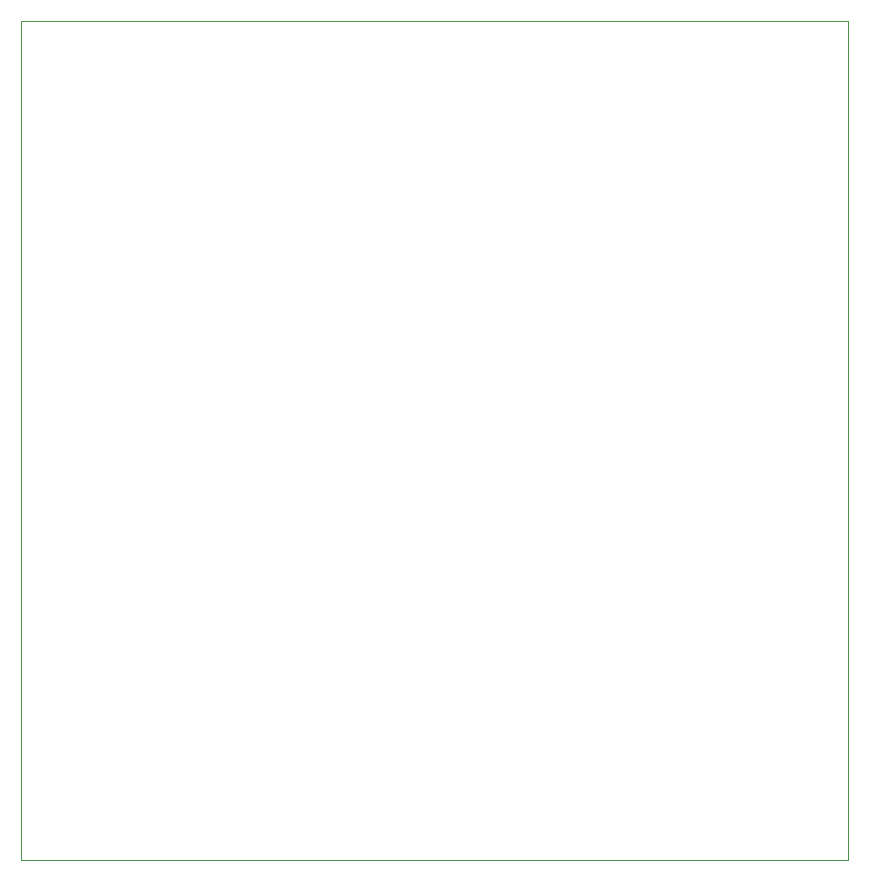
<source format=gm1>
G04 #@! TF.GenerationSoftware,KiCad,Pcbnew,(5.1.2)-2*
G04 #@! TF.CreationDate,2019-09-19T14:38:41-05:00*
G04 #@! TF.ProjectId,PWM-H-Bridge,50574d2d-482d-4427-9269-6467652e6b69,rev?*
G04 #@! TF.SameCoordinates,Original*
G04 #@! TF.FileFunction,Profile,NP*
%FSLAX46Y46*%
G04 Gerber Fmt 4.6, Leading zero omitted, Abs format (unit mm)*
G04 Created by KiCad (PCBNEW (5.1.2)-2) date 2019-09-19 14:38:41*
%MOMM*%
%LPD*%
G04 APERTURE LIST*
%ADD10C,0.050000*%
G04 APERTURE END LIST*
D10*
X111000000Y-51000000D02*
X41000000Y-51000000D01*
X111000000Y-122000000D02*
X111000000Y-51000000D01*
X41000000Y-122000000D02*
X111000000Y-122000000D01*
X41000000Y-51000000D02*
X41000000Y-122000000D01*
M02*

</source>
